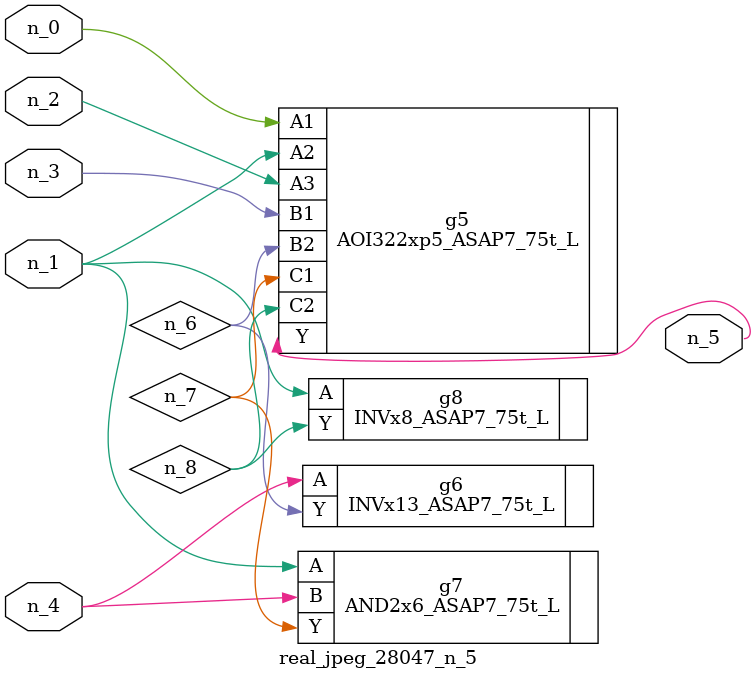
<source format=v>
module real_jpeg_28047_n_5 (n_4, n_0, n_1, n_2, n_3, n_5);

input n_4;
input n_0;
input n_1;
input n_2;
input n_3;

output n_5;

wire n_8;
wire n_6;
wire n_7;

AOI322xp5_ASAP7_75t_L g5 ( 
.A1(n_0),
.A2(n_1),
.A3(n_2),
.B1(n_3),
.B2(n_6),
.C1(n_7),
.C2(n_8),
.Y(n_5)
);

AND2x6_ASAP7_75t_L g7 ( 
.A(n_1),
.B(n_4),
.Y(n_7)
);

INVx8_ASAP7_75t_L g8 ( 
.A(n_1),
.Y(n_8)
);

INVx13_ASAP7_75t_L g6 ( 
.A(n_4),
.Y(n_6)
);


endmodule
</source>
